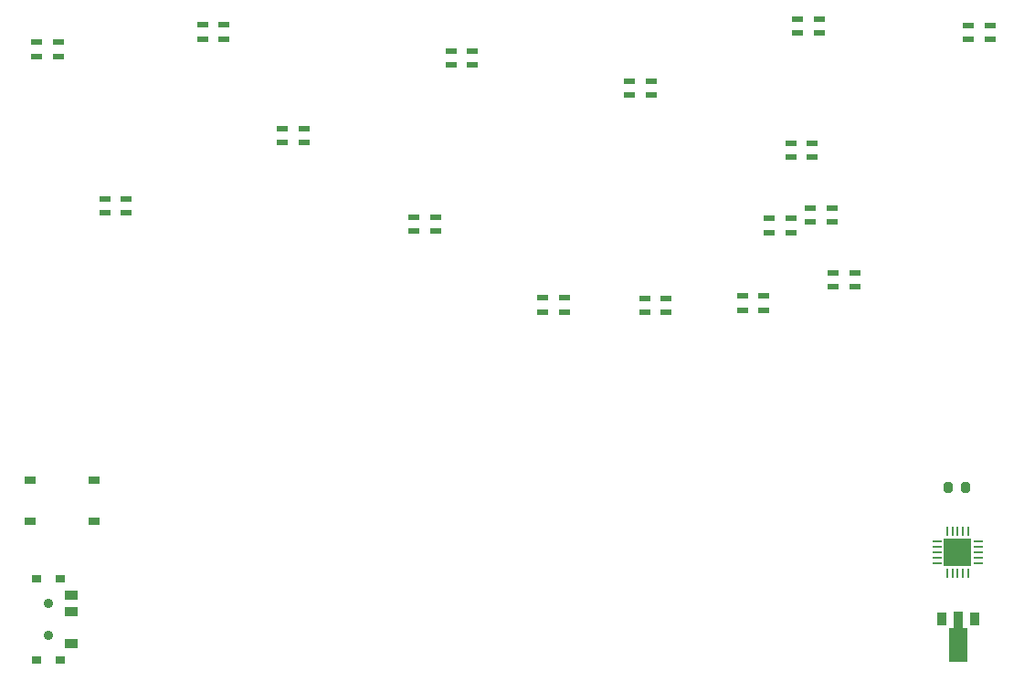
<source format=gbr>
%TF.GenerationSoftware,KiCad,Pcbnew,7.0.6*%
%TF.CreationDate,2023-11-05T20:30:34+01:00*%
%TF.ProjectId,Julkort,4a756c6b-6f72-4742-9e6b-696361645f70,rev?*%
%TF.SameCoordinates,Original*%
%TF.FileFunction,Soldermask,Top*%
%TF.FilePolarity,Negative*%
%FSLAX46Y46*%
G04 Gerber Fmt 4.6, Leading zero omitted, Abs format (unit mm)*
G04 Created by KiCad (PCBNEW 7.0.6) date 2023-11-05 20:30:34*
%MOMM*%
%LPD*%
G01*
G04 APERTURE LIST*
G04 Aperture macros list*
%AMRoundRect*
0 Rectangle with rounded corners*
0 $1 Rounding radius*
0 $2 $3 $4 $5 $6 $7 $8 $9 X,Y pos of 4 corners*
0 Add a 4 corners polygon primitive as box body*
4,1,4,$2,$3,$4,$5,$6,$7,$8,$9,$2,$3,0*
0 Add four circle primitives for the rounded corners*
1,1,$1+$1,$2,$3*
1,1,$1+$1,$4,$5*
1,1,$1+$1,$6,$7*
1,1,$1+$1,$8,$9*
0 Add four rect primitives between the rounded corners*
20,1,$1+$1,$2,$3,$4,$5,0*
20,1,$1+$1,$4,$5,$6,$7,0*
20,1,$1+$1,$6,$7,$8,$9,0*
20,1,$1+$1,$8,$9,$2,$3,0*%
%AMFreePoly0*
4,1,9,3.862500,-0.866500,0.737500,-0.866500,0.737500,-0.450000,-0.737500,-0.450000,-0.737500,0.450000,0.737500,0.450000,0.737500,0.866500,3.862500,0.866500,3.862500,-0.866500,3.862500,-0.866500,$1*%
G04 Aperture macros list end*
%ADD10R,1.000000X0.600000*%
%ADD11RoundRect,0.200000X0.200000X0.275000X-0.200000X0.275000X-0.200000X-0.275000X0.200000X-0.275000X0*%
%ADD12R,0.900000X1.300000*%
%ADD13FreePoly0,270.000000*%
%ADD14C,0.900000*%
%ADD15R,1.200000X0.900000*%
%ADD16R,0.900000X0.800000*%
%ADD17RoundRect,0.062500X-0.350000X-0.062500X0.350000X-0.062500X0.350000X0.062500X-0.350000X0.062500X0*%
%ADD18RoundRect,0.062500X-0.062500X-0.350000X0.062500X-0.350000X0.062500X0.350000X-0.062500X0.350000X0*%
%ADD19R,2.500000X2.500000*%
%ADD20R,1.000000X0.750000*%
G04 APERTURE END LIST*
D10*
%TO.C,D14*%
X148020075Y-85969201D03*
X148020075Y-87269201D03*
X150020075Y-87269201D03*
X150020075Y-85969201D03*
%TD*%
%TO.C,D12*%
X143538947Y-100139957D03*
X143538947Y-101439957D03*
X145538947Y-101439957D03*
X145538947Y-100139957D03*
%TD*%
D11*
%TO.C,R1*%
X164269654Y-117873176D03*
X162619654Y-117873176D03*
%TD*%
D12*
%TO.C,U2*%
X165054247Y-130104485D03*
D13*
X163554247Y-130191985D03*
D12*
X162054247Y-130104485D03*
%TD*%
D14*
%TO.C,J1*%
X79224644Y-128639317D03*
X79224644Y-131639317D03*
D15*
X81374644Y-132389317D03*
X81374644Y-129389317D03*
X81374644Y-127889317D03*
D16*
X80324644Y-126339317D03*
X80324644Y-133939317D03*
X78124644Y-133939317D03*
X78124644Y-126339317D03*
%TD*%
D10*
%TO.C,D9*%
X113130595Y-92830523D03*
X113130595Y-94130523D03*
X115130595Y-94130523D03*
X115130595Y-92830523D03*
%TD*%
%TO.C,D2*%
X148653278Y-74448155D03*
X148653278Y-75748155D03*
X150653278Y-75748155D03*
X150653278Y-74448155D03*
%TD*%
%TO.C,D15*%
X149864617Y-91956466D03*
X149864617Y-93256466D03*
X151864617Y-93256466D03*
X151864617Y-91956466D03*
%TD*%
%TO.C,D8*%
X100935621Y-84596700D03*
X100935621Y-85896700D03*
X102935621Y-85896700D03*
X102935621Y-84596700D03*
%TD*%
D17*
%TO.C,U1*%
X161572910Y-122922699D03*
X161572910Y-123422699D03*
X161572910Y-123922699D03*
X161572910Y-124422699D03*
X161572910Y-124922699D03*
D18*
X162510410Y-125860199D03*
X163010410Y-125860199D03*
X163510410Y-125860199D03*
X164010410Y-125860199D03*
X164510410Y-125860199D03*
D17*
X165447910Y-124922699D03*
X165447910Y-124422699D03*
X165447910Y-123922699D03*
X165447910Y-123422699D03*
X165447910Y-122922699D03*
D18*
X164510410Y-121985199D03*
X164010410Y-121985199D03*
X163510410Y-121985199D03*
X163010410Y-121985199D03*
X162510410Y-121985199D03*
D19*
X163510410Y-123922699D03*
%TD*%
D10*
%TO.C,D3*%
X133070128Y-80227600D03*
X133070128Y-81527600D03*
X135070128Y-81527600D03*
X135070128Y-80227600D03*
%TD*%
%TO.C,D5*%
X93493551Y-75010598D03*
X93493551Y-76310598D03*
X95493551Y-76310598D03*
X95493551Y-75010598D03*
%TD*%
%TO.C,D10*%
X125029939Y-100321800D03*
X125029939Y-101621800D03*
X127029939Y-101621800D03*
X127029939Y-100321800D03*
%TD*%
%TO.C,D1*%
X164493092Y-75061875D03*
X164493092Y-76361875D03*
X166493092Y-76361875D03*
X166493092Y-75061875D03*
%TD*%
D20*
%TO.C,S1*%
X77499405Y-117249277D03*
X83499405Y-117249277D03*
X77499405Y-120999277D03*
X83499405Y-120999277D03*
%TD*%
D10*
%TO.C,D7*%
X84452863Y-91128432D03*
X84452863Y-92428432D03*
X86452863Y-92428432D03*
X86452863Y-91128432D03*
%TD*%
%TO.C,D13*%
X146055928Y-92943768D03*
X146055928Y-94243768D03*
X148055928Y-94243768D03*
X148055928Y-92943768D03*
%TD*%
%TO.C,D4*%
X116541637Y-77407412D03*
X116541637Y-78707412D03*
X118541637Y-78707412D03*
X118541637Y-77407412D03*
%TD*%
%TO.C,D6*%
X78148571Y-76610787D03*
X78148571Y-77910787D03*
X80148571Y-77910787D03*
X80148571Y-76610787D03*
%TD*%
%TO.C,D16*%
X151975158Y-97983820D03*
X151975158Y-99283820D03*
X153975158Y-99283820D03*
X153975158Y-97983820D03*
%TD*%
%TO.C,D11*%
X134479275Y-100360766D03*
X134479275Y-101660766D03*
X136479275Y-101660766D03*
X136479275Y-100360766D03*
%TD*%
M02*

</source>
